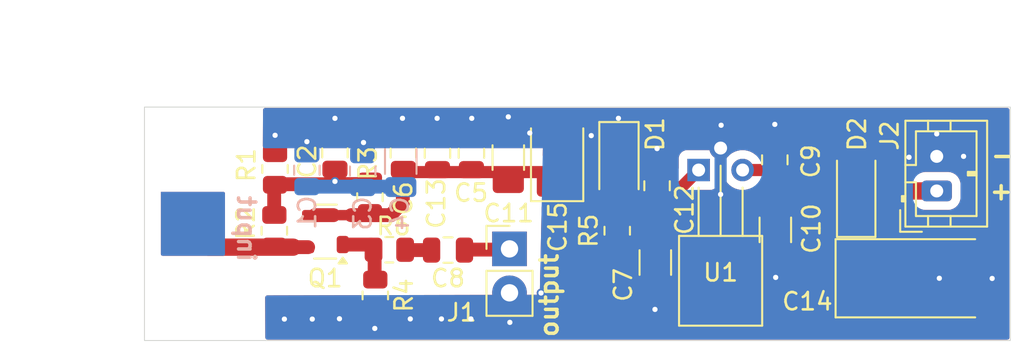
<source format=kicad_pcb>
(kicad_pcb (version 20241229) (generator "pcbnew") (generator_version "9.0")
  (layers (0 "F.Cu" signal) (4 "In1.Cu" signal) (6 "In2.Cu" signal) (8 "In3.Cu" signal) (10 "In4.Cu" signal) (2 "B.Cu" signal) (13 "F.Paste" user) (15 "B.Paste" user) (5 "F.SilkS" user "F.Silkscreen") (7 "B.SilkS" user "B.Silkscreen") (1 "F.Mask" user) (3 "B.Mask" user) (25 "Edge.Cuts" user))
  (net 0 "")
  (net 1 "Net-(C1-Pad1)")
  (net 2 "GND")
  (net 3 "+9V")
  (net 4 "Net-(C8-Pad1)")
  (net 5 "Net-(J1-Pin_1)")
  (net 6 "Net-(D2-K)")
  (net 7 "Net-(D1-A)")
  (net 8 "Net-(Q1-S)")
  (net 9 "Net-(Q1-G1)")
  (net 10 "Net-(D2-A)")
  (footprint "Resistor_SMD:R_0805_2012Metric" (layer "F.Cu") (at 128.7 87.8 -90)
    (property "Reference" "R2" (at -0.45 1.65 90) (layer "F.SilkS"))
    (property "Value" "10M")
    (fp_line (start -0.227064 0.735) (end 0.227064 0.735) (stroke (width 0.12)) (layer "F.SilkS"))
    (fp_line (start -0.227064 -0.735) (end 0.227064 -0.735) (stroke (width 0.12)) (layer "F.SilkS"))
    (pad "1" smd roundrect (at -0.9125 0 270) (size 1.025 1.4) (layers "F.Cu" "F.Mask" "F.Paste") (roundrect_rratio 0.243902) (net 1 "Net-(C1-Pad1)"))
    (pad "2" smd roundrect (at 0.9125 0 270) (size 1.025 1.4) (layers "F.Cu" "F.Mask" "F.Paste") (roundrect_rratio 0.243902) (net 9 "Net-(Q1-G1)"))
  )
  (footprint "Capacitor_SMD:C_0805_2012Metric" (layer "F.Cu") (at 138.12 83.32 90)
    (property "Reference" "C13" (at -2.91 -0.07 270) (layer "F.SilkS"))
    (property "Value" "1n")
    (fp_line (start -0.261252 -0.735) (end 0.261252 -0.735) (stroke (width 0.12)) (layer "F.SilkS"))
    (fp_line (start -0.261252 0.735) (end 0.261252 0.735) (stroke (width 0.12)) (layer "F.SilkS"))
    (pad "1" smd roundrect (at -0.95 0 90) (size 1 1.45) (layers "F.Cu" "F.Mask" "F.Paste") (net 3 "+9V"))
    (pad "2" smd roundrect (at 0.95 0 90) (size 1 1.45) (layers "F.Cu" "F.Mask" "F.Paste") (net 2 "GND"))
  )
  (footprint "Capacitor_Tantalum_SMD:CP_EIA-3528-12_Kemet-T" (layer "F.Cu") (at 145.03 83.63 90)
    (property "Reference" "C15" (at -3.96 0.03 90) (layer "F.SilkS"))
    (property "Value" "10u/10V")
    (fp_line (start 1.75 -1.51) (end -2.46 -1.51) (stroke (width 0.12)) (layer "F.SilkS"))
    (fp_line (start -2.46 -1.51) (end -2.46 1.51) (stroke (width 0.12)) (layer "F.SilkS"))
    (fp_line (start -2.46 1.51) (end 1.75 1.51) (stroke (width 0.12)) (layer "F.SilkS"))
    (pad "1" smd roundrect (at -1.5375 0 90) (size 1.325 2.35) (layers "F.Cu" "F.Mask" "F.Paste") (roundrect_rratio 0.188679) (net 3 "+9V"))
    (pad "2" smd roundrect (at 1.5375 0 90) (size 1.325 2.35) (layers "F.Cu" "F.Mask" "F.Paste") (roundrect_rratio 0.188679) (net 2 "GND"))
  )
  (footprint "Capacitor_SMD:C_1206_3216Metric" (layer "F.Cu") (at 157.63 87.75 -90)
    (property "Reference" "C10" (at -0.07 -2.09 90) (layer "F.SilkS"))
    (property "Value" "4u7")
    (fp_line (start -0.711252 0.91) (end 0.711252 0.91) (stroke (width 0.12)) (layer "F.SilkS"))
    (fp_line (start -0.711252 -0.91) (end 0.711252 -0.91) (stroke (width 0.12)) (layer "F.SilkS"))
    (pad "1" smd roundrect (at -1.475 0 270) (size 1.15 1.8) (layers "F.Cu" "F.Mask" "F.Paste") (roundrect_rratio 0.217391) (net 6 "Net-(D2-K)"))
    (pad "2" smd roundrect (at 1.475 0 270) (size 1.15 1.8) (layers "F.Cu" "F.Mask" "F.Paste") (roundrect_rratio 0.217391) (net 2 "GND"))
  )
  (footprint "Package_TO_SOT_THT:TO-92_Horizontal1" (layer "F.Cu") (at 153.2 84.29)
    (property "Reference" "U1" (at 1.27 5.93 0) (layer "F.SilkS"))
    (property "Value" "L78L09_TO92")
    (fp_line (start -1.13 3.81) (end 3.67 3.81) (stroke (width 0.12)) (layer "F.SilkS"))
    (fp_line (start -1.13 9) (end -1.13 3.81) (stroke (width 0.12)) (layer "F.SilkS"))
    (fp_line (start 0 1.02) (end 0 3.81) (stroke (width 0.12)) (layer "F.SilkS"))
    (fp_line (start 1.27 -0.25) (end 1.27 3.81) (stroke (width 0.12)) (layer "F.SilkS"))
    (fp_line (start 2.54 1.02) (end 2.54 3.81) (stroke (width 0.12)) (layer "F.SilkS"))
    (fp_line (start 3.67 3.81) (end 3.67 9) (stroke (width 0.12)) (layer "F.SilkS"))
    (fp_line (start 3.67 9) (end -1.13 9) (stroke (width 0.12)) (layer "F.SilkS"))
    (pad "1" thru_hole rect (at 0 0 90) (size 1.3 1.3) (drill 0.75) (layers "*.Cu" "*.Mask") (net 3 "+9V"))
    (pad "2" thru_hole circle (at 1.27 -1.27 90) (size 1.3 1.3) (drill 0.75) (layers "*.Cu" "*.Mask") (net 2 "GND"))
    (pad "3" thru_hole circle (at 2.54 0 90) (size 1.3 1.3) (drill 0.75) (layers "*.Cu" "*.Mask") (net 6 "Net-(D2-K)"))
  )
  (footprint "Capacitor_SMD:C_0805_2012Metric" (layer "F.Cu") (at 140.08 83.32 90)
    (property "Reference" "C5" (at -2.29 -0.02 180) (layer "F.SilkS"))
    (property "Value" "100n")
    (fp_line (start -0.261252 -0.735) (end 0.261252 -0.735) (stroke (width 0.12)) (layer "F.SilkS"))
    (fp_line (start -0.261252 0.735) (end 0.261252 0.735) (stroke (width 0.12)) (layer "F.SilkS"))
    (pad "1" smd roundrect (at -0.95 0 90) (size 1 1.45) (layers "F.Cu" "F.Mask" "F.Paste") (net 3 "+9V"))
    (pad "2" smd roundrect (at 0.95 0 90) (size 1 1.45) (layers "F.Cu" "F.Mask" "F.Paste") (net 2 "GND"))
  )
  (footprint "Capacitor_SMD:C_0805_2012Metric" (layer "F.Cu") (at 136.15 83.31 90)
    (property "Reference" "C6" (at -2.62 0 90) (layer "F.SilkS"))
    (property "Value" "1n")
    (fp_line (start -0.261252 -0.735) (end 0.261252 -0.735) (stroke (width 0.12)) (layer "F.SilkS"))
    (fp_line (start -0.261252 0.735) (end 0.261252 0.735) (stroke (width 0.12)) (layer "F.SilkS"))
    (pad "1" smd roundrect (at -0.95 0 90) (size 1 1.45) (layers "F.Cu" "F.Mask" "F.Paste") (net 3 "+9V"))
    (pad "2" smd roundrect (at 0.95 0 90) (size 1 1.45) (layers "F.Cu" "F.Mask" "F.Paste") (net 2 "GND"))
  )
  (footprint "Capacitor_SMD:C_0805_2012Metric" (layer "F.Cu") (at 157.6 83.7 90)
    (property "Reference" "C9" (at -0.09 2.08 90) (layer "F.SilkS"))
    (property "Value" "100n")
    (fp_line (start -0.261252 -0.735) (end 0.261252 -0.735) (stroke (width 0.12)) (layer "F.SilkS"))
    (fp_line (start -0.261252 0.735) (end 0.261252 0.735) (stroke (width 0.12)) (layer "F.SilkS"))
    (pad "1" smd roundrect (at -0.95 0 90) (size 1 1.45) (layers "F.Cu" "F.Mask" "F.Paste") (net 6 "Net-(D2-K)"))
    (pad "2" smd roundrect (at 0.95 0 90) (size 1 1.45) (layers "F.Cu" "F.Mask" "F.Paste") (net 2 "GND"))
  )
  (footprint "LED_SMD:LED_1206_3216Metric" (layer "F.Cu") (at 148.6 83.8 -90)
    (property "Reference" "D1" (at -1.58 -2.09 90) (layer "F.SilkS"))
    (property "Value" "LED_Small")
    (fp_line (start -2.285 1.135) (end 1.6 1.135) (stroke (width 0.12)) (layer "F.SilkS"))
    (fp_line (start -2.285 -1.135) (end -2.285 1.135) (stroke (width 0.12)) (layer "F.SilkS"))
    (fp_line (start 1.6 -1.135) (end -2.285 -1.135) (stroke (width 0.12)) (layer "F.SilkS"))
    (pad "1" smd roundrect (at -1.4 0 270) (size 1.25 1.75) (layers "F.Cu" "F.Mask" "F.Paste") (roundrect_rratio 0.2) (net 2 "GND"))
    (pad "2" smd roundrect (at 1.4 0 270) (size 1.25 1.75) (layers "F.Cu" "F.Mask" "F.Paste") (roundrect_rratio 0.2) (net 7 "Net-(D1-A)"))
  )
  (footprint "Resistor_SMD:R_0805_2012Metric" (layer "F.Cu") (at 148.5 87.8 90)
    (property "Reference" "R5" (at 0 -1.65 90) (layer "F.SilkS"))
    (property "Value" "1k2")
    (fp_line (start -0.227064 -0.735) (end 0.227064 -0.735) (stroke (width 0.12)) (layer "F.SilkS"))
    (fp_line (start -0.227064 0.735) (end 0.227064 0.735) (stroke (width 0.12)) (layer "F.SilkS"))
    (pad "1" smd roundrect (at -0.9125 0 90) (size 1.025 1.4) (layers "F.Cu" "F.Mask" "F.Paste") (roundrect_rratio 0.243902) (net 3 "+9V"))
    (pad "2" smd roundrect (at 0.9125 0 90) (size 1.025 1.4) (layers "F.Cu" "F.Mask" "F.Paste") (roundrect_rratio 0.243902) (net 7 "Net-(D1-A)"))
  )
  (footprint "Capacitor_SMD:C_0805_2012Metric" (layer "F.Cu") (at 132.2 83.3 90)
    (property "Reference" "C2" (at -0.5 -1.6 90) (layer "F.SilkS"))
    (property "Value" "1n")
    (fp_line (start -0.261252 -0.735) (end 0.261252 -0.735) (stroke (width 0.12)) (layer "F.SilkS"))
    (fp_line (start -0.261252 0.735) (end 0.261252 0.735) (stroke (width 0.12)) (layer "F.SilkS"))
    (pad "1" smd roundrect (at -0.95 0 90) (size 1 1.45) (layers "F.Cu" "F.Mask" "F.Paste") (net 1 "Net-(C1-Pad1)"))
    (pad "2" smd roundrect (at 0.95 0 90) (size 1 1.45) (layers "F.Cu" "F.Mask" "F.Paste") (net 2 "GND"))
  )
  (footprint "Connector_JST:JST_PH_B2B-PH-K_1x02_P2.00mm_Vertical" (layer "F.Cu") (at 166.95 85.5 90)
    (property "Reference" "J2" (at 3.2 -2.72 90) (layer "F.SilkS"))
    (property "Value" "Conn_01x02")
    (fp_line (start -1.11 -2.11) (end -2.36 -2.11) (stroke (width 0.12)) (layer "F.SilkS"))
    (fp_line (start -2.36 -2.11) (end -2.36 -0.86) (stroke (width 0.12)) (layer "F.SilkS"))
    (fp_line (start -0.3 -2.01) (end -0.6 -2.01) (stroke (width 0.12)) (layer "F.SilkS"))
    (fp_line (start -0.6 -2.01) (end -0.6 -1.81) (stroke (width 0.12)) (layer "F.SilkS"))
    (fp_line (start -0.3 -1.91) (end -0.6 -1.91) (stroke (width 0.12)) (layer "F.SilkS"))
    (fp_line (start 4.06 -1.81) (end -2.06 -1.81) (stroke (width 0.12)) (layer "F.SilkS"))
    (fp_line (start 0.5 -1.81) (end 0.5 -1.2) (stroke (width 0.12)) (layer "F.SilkS"))
    (fp_line (start -0.3 -1.81) (end -0.3 -2.01) (stroke (width 0.12)) (layer "F.SilkS"))
    (fp_line (start -2.06 -1.81) (end -2.06 2.91) (stroke (width 0.12)) (layer "F.SilkS"))
    (fp_line (start 3.45 -1.2) (end 1.5 -1.2) (stroke (width 0.12)) (layer "F.SilkS"))
    (fp_line (start 1.5 -1.2) (end 1.5 -1.81) (stroke (width 0.12)) (layer "F.SilkS"))
    (fp_line (start 0.5 -1.2) (end -1.45 -1.2) (stroke (width 0.12)) (layer "F.SilkS"))
    (fp_line (start -1.45 -1.2) (end -1.45 2.3) (stroke (width 0.12)) (layer "F.SilkS"))
    (fp_line (start 4.06 -0.5) (end 3.45 -0.5) (stroke (width 0.12)) (layer "F.SilkS"))
    (fp_line (start -2.06 -0.5) (end -1.45 -0.5) (stroke (width 0.12)) (layer "F.SilkS"))
    (fp_line (start 4.06 0.8) (end 3.45 0.8) (stroke (width 0.12)) (layer "F.SilkS"))
    (fp_line (start -2.06 0.8) (end -1.45 0.8) (stroke (width 0.12)) (layer "F.SilkS"))
    (fp_line (start 1.1 1.8) (end 1.1 2.3) (stroke (width 0.12)) (layer "F.SilkS"))
    (fp_line (start 0.9 1.8) (end 1.1 1.8) (stroke (width 0.12)) (layer "F.SilkS"))
    (fp_line (start 3.45 2.3) (end 3.45 -1.2) (stroke (width 0.12)) (layer "F.SilkS"))
    (fp_line (start 1 2.3) (end 1 1.8) (stroke (width 0.12)) (layer "F.SilkS"))
    (fp_line (start 0.9 2.3) (end 0.9 1.8) (stroke (width 0.12)) (layer "F.SilkS"))
    (fp_line (start -1.45 2.3) (end 3.45 2.3) (stroke (width 0.12)) (layer "F.SilkS"))
    (fp_line (start 4.06 2.91) (end 4.06 -1.81) (stroke (width 0.12)) (layer "F.SilkS"))
    (fp_line (start -2.06 2.91) (end 4.06 2.91) (stroke (width 0.12)) (layer "F.SilkS"))
    (pad "1" thru_hole roundrect (at 0 0 90) (size 1.2 1.75) (drill 0.75) (layers "*.Cu" "*.Mask") (roundrect_rratio 0.208333) (net 10 "Net-(D2-A)"))
    (pad "2" thru_hole oval (at 2 0 90) (size 1.2 1.75) (drill 0.75) (layers "*.Cu" "*.Mask") (net 2 "GND"))
  )
  (footprint "Resistor_SMD:R_0805_2012Metric" (layer "F.Cu") (at 128.74 84.23 -90)
    (property "Reference" "R1" (at -0.227064 1.65 90) (layer "F.SilkS"))
    (property "Value" "3k")
    (fp_line (start -0.227064 0.735) (end 0.227064 0.735) (stroke (width 0.12)) (layer "F.SilkS"))
    (fp_line (start -0.227064 -0.735) (end 0.227064 -0.735) (stroke (width 0.12)) (layer "F.SilkS"))
    (pad "1" smd roundrect (at -0.9125 0 270) (size 1.025 1.4) (layers "F.Cu" "F.Mask" "F.Paste") (roundrect_rratio 0.243902) (net 2 "GND"))
    (pad "2" smd roundrect (at 0.9125 0 270) (size 1.025 1.4) (layers "F.Cu" "F.Mask" "F.Paste") (roundrect_rratio 0.243902) (net 1 "Net-(C1-Pad1)"))
  )
  (footprint "Resistor_SMD:R_0805_2012Metric" (layer "F.Cu") (at 134.22 85.86 -90)
    (property "Reference" "R3" (at -1.96 0.12 90) (layer "F.SilkS"))
    (property "Value" "8k2")
    (fp_line (start -0.227064 0.735) (end 0.227064 0.735) (stroke (width 0.12)) (layer "F.SilkS"))
    (fp_line (start -0.227064 -0.735) (end 0.227064 -0.735) (stroke (width 0.12)) (layer "F.SilkS"))
    (pad "1" smd roundrect (at -0.9125 0 270) (size 1.025 1.4) (layers "F.Cu" "F.Mask" "F.Paste") (roundrect_rratio 0.243902) (net 1 "Net-(C1-Pad1)"))
    (pad "2" smd roundrect (at 0.9125 0 270) (size 1.025 1.4) (layers "F.Cu" "F.Mask" "F.Paste") (roundrect_rratio 0.243902) (net 3 "+9V"))
  )
  (footprint "Package_TO_SOT_SMD:SOT-143" (layer "F.Cu") (at 131.65125 87.85 180)
    (property "Reference" "Q1" (at 0.02 -2.7 0) (layer "F.SilkS"))
    (property "Value" "BF994S")
    (fp_line (start 0.65 -1.56) (end -0.62 -1.56) (stroke (width 0.12)) (layer "F.SilkS"))
    (fp_line (start -0.65 1.56) (end 0.65 1.56) (stroke (width 0.12)) (layer "F.SilkS"))
    (fp_poly (pts (xy -1 -1.51) (xy -1.24 -1.84) (xy -0.76 -1.84) (xy -1 -1.51)) (stroke (width 0.12)) (fill yes) (layer "F.SilkS"))
    (pad "1" smd roundrect (at -1 -0.75 180) (size 0.7 1) (layers "F.Cu" "F.Mask" "F.Paste") (net 8 "Net-(Q1-S)"))
    (pad "2" smd roundrect (at -1 0.95 180) (size 0.7 0.6) (layers "F.Cu" "F.Mask" "F.Paste") (net 3 "+9V"))
    (pad "3" smd roundrect (at 1 0.95 180) (size 0.7 0.6) (layers "F.Cu" "F.Mask" "F.Paste") (net 3 "+9V"))
    (pad "4" smd roundrect (at 1 -0.95 180) (size 0.7 0.6) (layers "F.Cu" "F.Mask" "F.Paste") (net 9 "Net-(Q1-G1)"))
  )
  (footprint "Capacitor_SMD:C_0805_2012Metric" (layer "F.Cu") (at 150.8 85.2 90)
    (property "Reference" "C12" (at -1.39 1.59 90) (layer "F.SilkS"))
    (property "Value" "100n")
    (fp_line (start -0.261252 -0.735) (end 0.261252 -0.735) (stroke (width 0.12)) (layer "F.SilkS"))
    (fp_line (start -0.261252 0.735) (end 0.261252 0.735) (stroke (width 0.12)) (layer "F.SilkS"))
    (pad "1" smd roundrect (at -0.95 0 90) (size 1 1.45) (layers "F.Cu" "F.Mask" "F.Paste") (net 3 "+9V"))
    (pad "2" smd roundrect (at 0.95 0 90) (size 1 1.45) (layers "F.Cu" "F.Mask" "F.Paste") (net 2 "GND"))
  )
  (footprint "Resistor_SMD:R_0805_2012Metric" (layer "F.Cu") (at 135.34 88.9)
    (property "Reference" "R6" (at 0.24 -1.36 0) (layer "F.SilkS"))
    (property "Value" "33")
    (fp_line (start -0.227064 -0.735) (end 0.227064 -0.735) (stroke (width 0.12)) (layer "F.SilkS"))
    (fp_line (start -0.227064 0.735) (end 0.227064 0.735) (stroke (width 0.12)) (layer "F.SilkS"))
    (pad "1" smd roundrect (at -0.9125 0) (size 1.025 1.4) (layers "F.Cu" "F.Mask" "F.Paste") (roundrect_rratio 0.243902) (net 8 "Net-(Q1-S)"))
    (pad "2" smd roundrect (at 0.9125 0) (size 1.025 1.4) (layers "F.Cu" "F.Mask" "F.Paste") (roundrect_rratio 0.243902) (net 4 "Net-(C8-Pad1)"))
  )
  (footprint "Connector_PinHeader_2.54mm:PinHeader_1x02_P2.54mm_Vertical" (layer "F.Cu") (at 142.28 88.85)
    (property "Reference" "J1" (at -2.77 3.68 0) (layer "F.SilkS"))
    (property "Value" "Conn_01x02")
    (fp_line (start -1.33 -1.33) (end 0 -1.33) (stroke (width 0.12)) (layer "F.SilkS"))
    (fp_line (start -1.33 0) (end -1.33 -1.33) (stroke (width 0.12)) (layer "F.SilkS"))
    (fp_line (start -1.33 1.27) (end -1.33 3.87) (stroke (width 0.12)) (layer "F.SilkS"))
    (fp_line (start -1.33 1.27) (end 1.33 1.27) (stroke (width 0.12)) (layer "F.SilkS"))
    (fp_line (start -1.33 3.87) (end 1.33 3.87) (stroke (width 0.12)) (layer "F.SilkS"))
    (fp_line (start 1.33 1.27) (end 1.33 3.87) (stroke (width 0.12)) (layer "F.SilkS"))
    (pad "1" thru_hole rect (at 0 0) (size 2 2) (drill 1) (layers "*.Cu" "*.Mask") (net 5 "Net-(J1-Pin_1)"))
    (pad "2" thru_hole circle (at 0 2.54) (size 2 2) (drill 1) (layers "*.Cu" "*.Mask") (net 2 "GND"))
  )
  (footprint "Diode_SMD:D_MiniMELF" (layer "F.Cu") (at 162.3 85.5 90)
    (property "Reference" "D2" (at 3.28 0.05 90) (layer "F.SilkS"))
    (property "Value" "1N4148")
    (fp_line (start 1.75 -1.11) (end -2.66 -1.11) (stroke (width 0.12)) (layer "F.SilkS"))
    (fp_line (start -2.66 -1.11) (end -2.66 1.11) (stroke (width 0.12)) (layer "F.SilkS"))
    (fp_line (start -2.66 1.11) (end 1.75 1.11) (stroke (width 0.12)) (layer "F.SilkS"))
    (pad "1" smd roundrect (at -1.75 0 90) (size 1.3 1.7) (layers "F.Cu" "F.Mask" "F.Paste") (roundrect_rratio 0.1923076923) (net 6 "Net-(D2-K)"))
    (pad "2" smd roundrect (at 1.75 0 90) (size 1.3 1.7) (layers "F.Cu" "F.Mask" "F.Paste") (roundrect_rratio 0.1923076923) (net 10 "Net-(D2-A)"))
  )
  (footprint "Capacitor_Tantalum_SMD:CP_EIA-7343-43_Kemet-X" (layer "F.Cu") (at 165.52 90.55)
    (property "Reference" "C14" (at -6.04 1.34 0) (layer "F.SilkS"))
    (property "Value" "47u/16V")
    (fp_line (start -4.41 -2.26) (end -4.41 2.26) (stroke (width 0.12)) (layer "F.SilkS"))
    (fp_line (start -4.41 2.26) (end 3.65 2.26) (stroke (width 0.12)) (layer "F.SilkS"))
    (fp_line (start 3.65 -2.26) (end -4.41 -2.26) (stroke (width 0.12)) (layer "F.SilkS"))
    (pad "1" smd roundrect (at -3.1125 0) (size 2.075 2.55) (layers "F.Cu" "F.Mask" "F.Paste") (roundrect_rratio 0.120482) (net 6 "Net-(D2-K)"))
    (pad "2" smd roundrect (at 3.1125 0) (size 2.075 2.55) (layers "F.Cu" "F.Mask" "F.Paste") (roundrect_rratio 0.120482) (net 2 "GND"))
  )
  (footprint "Capacitor_SMD:C_0805_2012Metric" (layer "F.Cu") (at 138.73 88.92)
    (property "Reference" "C8" (at 0 1.63 0) (layer "F.SilkS"))
    (property "Value" "150n")
    (fp_line (start -0.261252 -0.735) (end 0.261252 -0.735) (stroke (width 0.12)) (layer "F.SilkS"))
    (fp_line (start -0.261252 0.735) (end 0.261252 0.735) (stroke (width 0.12)) (layer "F.SilkS"))
    (pad "1" smd roundrect (at -0.95 0) (size 1 1.45) (layers "F.Cu" "F.Mask" "F.Paste") (net 4 "Net-(C8-Pad1)"))
    (pad "2" smd roundrect (at 0.95 0) (size 1 1.45) (layers "F.Cu" "F.Mask" "F.Paste") (net 5 "Net-(J1-Pin_1)"))
  )
  (footprint "Capacitor_SMD:C_1206_3216Metric" (layer "F.Cu") (at 142.21 83.57 90)
    (property "Reference" "C11" (at -3.22 0.02 180) (layer "F.SilkS"))
    (property "Value" "22u")
    (fp_line (start -0.711252 -0.91) (end 0.711252 -0.91) (stroke (width 0.12)) (layer "F.SilkS"))
    (fp_line (start -0.711252 0.91) (end 0.711252 0.91) (stroke (width 0.12)) (layer "F.SilkS"))
    (pad "1" smd roundrect (at -1.475 0 90) (size 1.15 1.8) (layers "F.Cu" "F.Mask" "F.Paste") (roundrect_rratio 0.217391) (net 3 "+9V"))
    (pad "2" smd roundrect (at 1.475 0 90) (size 1.15 1.8) (layers "F.Cu" "F.Mask" "F.Paste") (roundrect_rratio 0.217391) (net 2 "GND"))
  )
  (footprint "Capacitor_SMD:C_1206_3216Metric" (layer "F.Cu") (at 150.7 89.64 -90)
    (property "Reference" "C7" (at 1.29 1.86 90) (layer "F.SilkS"))
    (property "Value" "22u")
    (fp_line (start -0.711252 0.91) (end 0.711252 0.91) (stroke (width 0.12)) (layer "F.SilkS"))
    (fp_line (start -0.711252 -0.91) (end 0.711252 -0.91) (stroke (width 0.12)) (layer "F.SilkS"))
    (pad "1" smd roundrect (at -1.475 0 270) (size 1.15 1.8) (layers "F.Cu" "F.Mask" "F.Paste") (roundrect_rratio 0.217391) (net 3 "+9V"))
    (pad "2" smd roundrect (at 1.475 0 270) (size 1.15 1.8) (layers "F.Cu" "F.Mask" "F.Paste") (roundrect_rratio 0.217391) (net 2 "GND"))
  )
  (footprint "Resistor_SMD:R_0805_2012Metric" (layer "F.Cu") (at 134.53 91.54 -90)
    (property "Reference" "R4" (at 0 -1.65 90) (layer "F.SilkS"))
    (property "Value" "47")
    (fp_line (start -0.227064 0.735) (end 0.227064 0.735) (stroke (width 0.12)) (layer "F.SilkS"))
    (fp_line (start -0.227064 -0.735) (end 0.227064 -0.735) (stroke (width 0.12)) (layer "F.SilkS"))
    (pad "1" smd roundrect (at -0.9125 0 270) (size 1.025 1.4) (layers "F.Cu" "F.Mask" "F.Paste") (roundrect_rratio 0.243902) (net 8 "Net-(Q1-S)"))
    (pad "2" smd roundrect (at 0.9125 0 270) (size 1.025 1.4) (layers "F.Cu" "F.Mask" "F.Paste") (roundrect_rratio 0.243902) (net 2 "GND"))
  )
  (footprint "Capacitor_SMD:C_0805_2012Metric" (layer "B.Cu") (at 130.58 84.3 90)
    (property "Reference" "C1" (at -2.45 0.02 90) (layer "B.SilkS") (effects (justify mirror)))
    (property "Value" "10n")
    (fp_line (start -0.261252 -0.735) (end 0.261252 -0.735) (stroke (width 0.12)) (layer "B.SilkS"))
    (fp_line (start -0.261252 0.735) (end 0.261252 0.735) (stroke (width 0.12)) (layer "B.SilkS"))
    (pad "1" smd roundrect (at -0.95 0 90) (size 1 1.45) (layers "B.Cu" "B.Mask" "B.Paste") (net 1 "Net-(C1-Pad1)"))
    (pad "2" smd roundrect (at 0.95 0 90) (size 1 1.45) (layers "B.Cu" "B.Mask" "B.Paste") (net 2 "GND"))
  )
  (footprint "Capacitor_SMD:C_1206_3216Metric" (layer "B.Cu") (at 136 83.8 90)
    (property "Reference" "C4" (at -3 -0.05 90) (layer "B.SilkS") (effects (justify mirror)))
    (property "Value" "2,2u")
    (fp_line (start -0.711252 -0.91) (end 0.711252 -0.91) (stroke (width 0.12)) (layer "B.SilkS"))
    (fp_line (start -0.711252 0.91) (end 0.711252 0.91) (stroke (width 0.12)) (layer "B.SilkS"))
    (pad "1" smd roundrect (at -1.475 0 90) (size 1.15 1.8) (layers "B.Cu" "B.Mask" "B.Paste") (roundrect_rratio 0.217391) (net 1 "Net-(C1-Pad1)"))
    (pad "2" smd roundrect (at 1.475 0 90) (size 1.15 1.8) (layers "B.Cu" "B.Mask" "B.Paste") (roundrect_rratio 0.217391) (net 2 "GND"))
  )
  (footprint "Capacitor_SMD:C_0805_2012Metric" (layer "B.Cu") (at 133.8 84.35 90)
    (property "Reference" "C3" (at -2.45 0 90) (layer "B.SilkS") (effects (justify mirror)))
    (property "Value" "100n")
    (fp_line (start -0.261252 -0.735) (end 0.261252 -0.735) (stroke (width 0.12)) (layer "B.SilkS"))
    (fp_line (start -0.261252 0.735) (end 0.261252 0.735) (stroke (width 0.12)) (layer "B.SilkS"))
    (pad "1" smd roundrect (at -0.95 0 90) (size 1 1.45) (layers "B.Cu" "B.Mask" "B.Paste") (net 1 "Net-(C1-Pad1)"))
    (pad "2" smd roundrect (at 0.95 0 90) (size 1 1.45) (layers "B.Cu" "B.Mask" "B.Paste") (net 2 "GND"))
  )
  (gr_rect (start 122.25 85.65) (end 125.75 89.15) (stroke (width 0.2)) (fill yes) (layer "F.Cu") (net 9))
  (gr_rect (start 122.25 85.65) (end 125.75 89.15) (stroke (width 0.2)) (fill yes) (layer "B.Cu") (net 9))
  (gr_rect (start 121.2 80.65) (end 171.2 94.15) (stroke (width 0.05)) (fill no) (layer "Edge.Cuts"))
  (gr_text "output" (at 145.16 94.05 90) (layer "F.SilkS") (effects (font (size 1 1) (thickness 0.2) (bold yes)) (justify left bottom)))
  (gr_text "+" (at 169.92 86.09 0) (layer "F.SilkS") (effects (font (size 1 1) (thickness 0.2) (bold yes)) (justify left bottom)))
  (gr_text "-" (at 169.99 84.02 0) (layer "F.SilkS") (effects (font (size 1 1) (thickness 0.2) (bold yes)) (justify left bottom)))
  (gr_text "input" (at 126.5 89.7 270) (layer "B.SilkS") (effects (font (size 1 1) (thickness 0.2) (bold yes)) (justify left bottom mirror)))
  (segment (start 132.0925 84.9475) (end 131.9275 85.1125) (width 0.8) (layer "F.Cu") (net 1))
  (segment (start 132.3075 84.9475) (end 132.46 85.1) (width 0.8) (layer "F.Cu") (net 1))
  (segment (start 128.69125 86.87875) (end 128.7 86.8875) (width 0.8) (layer "F.Cu") (net 1))
  (segment (start 132.46 85.1) (end 134.0675 85.1) (width 0.8) (layer "F.Cu") (net 1))
  (segment (start 131.9275 85.1125) (end 128.7 85.1125) (width 0.8) (layer "F.Cu") (net 1))
  (segment (start 128.69125 85.5) (end 128.69125 86.87875) (width 0.8) (layer "F.Cu") (net 1))
  (segment (start 134.0675 85.1) (end 134.22 84.9475) (width 0.8) (layer "F.Cu") (net 1))
  (segment (start 132.3075 84.9475) (end 132.0925 84.9475) (width 0.8) (layer "F.Cu") (net 1))
  (via (at 132.2 84.9475) (size 0.5) (drill 0.3) (layers "F.Cu" "B.Cu") (net 1))
  (segment (start 130.58 85.25) (end 135.825 85.25) (width 0.8) (layer "B.Cu") (net 1))
  (via (at 140.1 81.3) (size 0.5) (drill 0.3) (layers "F.Cu" "B.Cu") (net 2))
  (via (at 136.1 81.3) (size 0.5) (drill 0.3) (layers "F.Cu" "B.Cu") (net 2))
  (via (at 132.2 81.3) (size 0.5) (drill 0.3) (layers "F.Cu" "B.Cu") (net 2))
  (via (at 144.1 91.4) (size 0.5) (drill 0.3) (layers "F.Cu" "B.Cu") (net 2))
  (via (at 133.85 82.7) (size 0.5) (drill 0.3) (layers "F.Cu" "B.Cu") (net 2))
  (via (at 132.46 92.89) (size 0.5) (drill 0.3) (layers "F.Cu" "B.Cu") (net 2))
  (via (at 129.28 92.91) (size 0.5) (drill 0.3) (layers "F.Cu" "B.Cu") (net 2))
  (via (at 147 82.3) (size 0.5) (drill 0.3) (layers "F.Cu" "B.Cu") (net 2))
  (via (at 138.1 81.3) (size 0.5) (drill 0.3) (layers "F.Cu" "B.Cu") (net 2))
  (via (at 142.3 93.1) (size 0.5) (drill 0.3) (layers "F.Cu" "B.Cu") (net 2))
  (via (at 170.15 90.56) (size 0.5) (drill 0.3) (layers "F.Cu" "B.Cu") (net 2))
  (via (at 142.211118 81.214466) (size 0.5) (drill 0.3) (layers "F.Cu" "B.Cu") (net 2))
  (via (at 143.45 82.15) (size 0.5) (drill 0.3) (layers "F.Cu" "B.Cu") (net 2))
  (via (at 166.95 82.2) (size 0.5) (drill 0.3) (layers "F.Cu" "B.Cu") (net 2))
  (via (at 157.6 81.65) (size 0.5) (drill 0.3) (layers "F.Cu" "B.Cu") (net 2))
  (via (at 154.5 81.7) (size 0.5) (drill 0.3) (layers "F.Cu" "B.Cu") (net 2))
  (via (at 148.57 81.3) (size 0.5) (drill 0.3) (layers "F.Cu" "B.Cu") (net 2))
  (via (at 150.8 83.05) (size 0.5) (drill 0.3) (layers "F.Cu" "B.Cu") (net 2))
  (via (at 138.35 92.9) (size 0.5) (drill 0.3) (layers "F.Cu" "B.Cu") (net 2))
  (via (at 150.68 92.35) (size 0.5) (drill 0.3) (layers "F.Cu" "B.Cu") (net 2))
  (via (at 134.5 93.45) (size 0.5) (drill 0.3) (layers "F.Cu" "B.Cu") (net 2))
  (via (at 168.5 83.5) (size 0.5) (drill 0.3) (layers "F.Cu" "B.Cu") (net 2))
  (via (at 167.1 90.55) (size 0.5) (drill 0.3) (layers "F.Cu" "B.Cu") (net 2))
  (via (at 165.35 83.55) (size 0.5) (drill 0.3) (layers "F.Cu" "B.Cu") (net 2))
  (via (at 130.58 82.65) (size 0.5) (drill 0.3) (layers "F.Cu" "B.Cu") (net 2))
  (via (at 136.55 92.9) (size 0.5) (drill 0.3) (layers "F.Cu" "B.Cu") (net 2))
  (via (at 128.744072 82.281111) (size 0.5) (drill 0.3) (layers "F.Cu" "B.Cu") (net 2))
  (via (at 130.89 92.91) (size 0.5) (drill 0.3) (layers "F.Cu" "B.Cu") (net 2))
  (via (at 140.05 92.9) (size 0.5) (drill 0.3) (layers "F.Cu" "B.Cu") (net 2))
  (via (at 154.47 85.7) (size 0.5) (drill 0.3) (layers "F.Cu" "B.Cu") (net 2))
  (via (at 157.65 90.5) (size 0.5) (drill 0.3) (layers "F.Cu" "B.Cu") (net 2))
  (segment (start 154.47 83.02) (end 154.47 85.7) (width 0.7) (layer "B.Cu") (net 2))
  (segment (start 130.58 83.35) (end 130.58 82.65) (width 0.7) (layer "B.Cu") (net 2))
  (segment (start 133.8 83.4) (end 133.8 82.75) (width 0.7) (layer "B.Cu") (net 2))
  (segment (start 133.8 82.75) (end 133.85 82.7) (width 0.7) (layer "B.Cu") (net 2))
  (segment (start 150.77 88.18) (end 150.7375 88.2125) (width 0.8) (layer "F.Cu") (net 3))
  (segment (start 136.12 85.6) (end 136.12 86.18) (width 0.8) (layer "F.Cu") (net 3))
  (segment (start 146.7 86.8375) (end 146.7 87.96) (width 0.7) (layer "F.Cu") (net 3))
  (segment (start 150.26 88.165) (end 150.3 88.125) (width 0.8) (layer "F.Cu") (net 3))
  (segment (start 145.03 85.1675) (end 146.7 86.8375) (width 0.7) (layer "F.Cu") (net 3))
  (segment (start 150.8 88.0725) (end 150.8 86.3275) (width 0.7) (layer "F.Cu") (net 3))
  (segment (start 131.04125 86.9) (end 132.12125 86.9) (width 0.8) (layer "F.Cu") (net 3))
  (segment (start 151.19 86.3) (end 153.2 84.29) (width 0.7) (layer "F.Cu") (net 3))
  (segment (start 145.03 85.1675) (end 144.2725 84.41) (width 0.7) (layer "F.Cu") (net 3))
  (segment (start 150.265 88.6) (end 150.7 88.165) (width 0.7) (layer "F.Cu") (net 3))
  (segment (start 136.12 86.18) (end 135.47125 86.82875) (width 0.8) (layer "F.Cu") (net 3))
  (segment (start 144.2725 84.41) (end 136.755 84.41) (width 0.7) (layer "F.Cu") (net 3))
  (segment (start 136.12 84.31) (end 136.12 85.6) (width 0.8) (layer "F.Cu") (net 3))
  (segment (start 147.34 88.6) (end 150.265 88.6) (width 0.7) (layer "F.Cu") (net 3))
  (segment (start 135.445 86.9) (end 133.13125 86.9) (width 0.8) (layer "F.Cu") (net 3))
  (segment (start 146.7 87.96) (end 147.34 88.6) (width 0.7) (layer "F.Cu") (net 3))
  (segment (start 136.55375 88.92) (end 137.66125 88.92) (width 0.8) (layer "F.Cu") (net 4))
  (segment (start 139.85 88.89) (end 142.39 88.89) (width 0.8) (layer "F.Cu") (net 5))
  (segment (start 159 86.125) (end 161.175 86.125) (width 0.8) (layer "F.Cu") (net 6))
  (segment (start 157.5 85.63) (end 157.5 84.67) (width 1) (layer "F.Cu") (net 6))
  (segment (start 162.1875 91.1) (end 162.1875 87.3625) (width 1) (layer "F.Cu") (net 6))
  (segment (start 162.1875 87.3625) (end 162.3 87.25) (width 1) (layer "F.Cu") (net 6))
  (segment (start 157.24 84.29) (end 157.6 84.65) (width 0.7) (layer "F.Cu") (net 6))
  (segment (start 159 86.125) (end 157.995 86.125) (width 0.8) (layer "F.Cu") (net 6))
  (segment (start 161.175 86.125) (end 162.3 87.25) (width 0.8) (layer "F.Cu") (net 6))
  (segment (start 155.74 84.29) (end 155.53 84.5) (width 0.7) (layer "F.Cu") (net 6))
  (segment (start 157.995 86.125) (end 157.5 85.63) (width 1) (layer "F.Cu") (net 6))
  (segment (start 155.74 84.29) (end 157.24 84.29) (width 0.7) (layer "F.Cu") (net 6))
  (segment (start 148.6 85.2) (end 148.5 85.3) (width 1) (layer "F.Cu") (net 7))
  (segment (start 148.5 85.3) (end 148.5 86.49875) (width 1) (layer "F.Cu") (net 7))
  (segment (start 134.49125 88.7) (end 134.49125 90.24) (width 0.8) (layer "F.Cu") (net 8))
  (segment (start 133.02125 88.6) (end 134.37875 88.6) (width 0.8) (layer "F.Cu") (net 8))
  (segment (start 129.78125 88.75) (end 130.65025 88.75) (width 0.8) (layer "F.Cu") (net 9))
  (segment (start 124.89125 88.75) (end 129.78125 88.75) (width 1) (layer "F.Cu") (net 9))
  (segment (start 164.05 85.5) (end 166.95 85.5) (width 1) (layer "F.Cu") (net 10))
  (segment (start 162.3 83.75) (end 164.05 85.5) (width 1) (layer "F.Cu") (net 10))
  (zone (net 0) (net_name "") (layers "F.Cu" "B.Cu" "In1.Cu" "In2.Cu" "In3.Cu" "In4.Cu") (connect_pads yes (clearance 0)) (min_thickness 0.25)
    (keepout (tracks allowed) (vias allowed) (pads allowed) (copperpour not_allowed) (footprints allowed))
    (fill (thermal_gap 0.5) (thermal_bridge_width 0.5) (island_removal_mode 1) (island_area_min 10))
    (polygon (pts (xy 120.908885 80.53) (xy 128.049644 80.53) (xy 128.024423 85.48065) (xy 120.922729 85.49062)))
  )
  (zone (net 0) (net_name "") (layers "F.Cu" "B.Cu" "In1.Cu" "In2.Cu" "In3.Cu" "In4.Cu") (connect_pads (clearance 0)) (min_thickness 0.25)
    (keepout (tracks allowed) (vias allowed) (pads allowed) (copperpour not_allowed) (footprints allowed))
    (fill (thermal_gap 0.5) (thermal_bridge_width 0.5))
    (polygon (pts (xy 121.152597 83.03) (xy 144.20879 83.03) (xy 144.028355 91.503966) (xy 121.16102 91.554514)))
  )
  (zone (net 2) (net_name "GND") (layers "F.Cu" "B.Cu" "In1.Cu" "In2.Cu" "In3.Cu" "In4.Cu") (connect_pads yes (clearance 0.5)) (min_thickness 0.25) (fill yes (thermal_gap 0.5) (thermal_bridge_width 0.5) (island_removal_mode 1) (island_area_min 10))
    (polygon (pts (xy 120.907769 80.13) (xy 172 80) (xy 172 95) (xy 121 95)))
  )
  (zone (net 0) (net_name "") (layers "F.Cu" "B.Cu" "In1.Cu" "In2.Cu" "In3.Cu" "In4.Cu") (connect_pads yes (clearance 0)) (min_thickness 0.25)
    (keepout (tracks allowed) (vias allowed) (pads allowed) (copperpour not_allowed) (footprints allowed))
    (fill (thermal_gap 0.5) (thermal_bridge_width 0.5) (island_removal_mode 1) (island_area_min 10))
    (polygon (pts (xy 121.128527 89.356739) (xy 128.163438 89.337391) (xy 128.179687 94.17388) (xy 121.111418 94.180085)))
  )
)
</source>
